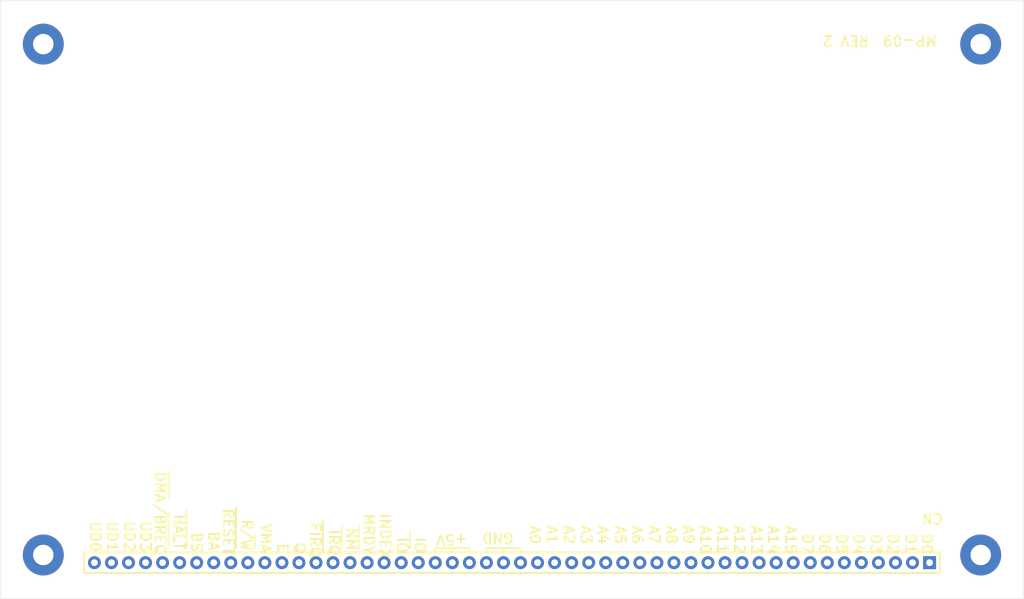
<source format=kicad_pcb>
(kicad_pcb (version 20211014) (generator pcbnew)
  (layers (0 "F.Cu" signal "Top Layer") (31 "B.Cu" signal "Bottom Layer") (34 "B.Paste" user "Bottom Paste") (35 "F.Paste" user "Top Paste") (36 "B.SilkS" user "Bottom Overlay") (37 "F.SilkS" user "Top Overlay") (38 "B.Mask" user "Bottom Solder") (39 "F.Mask" user "Top Solder") (44 "Edge.Cuts" user))
  (net 0 "")
  (footprint "ThroughHole.PcbLib:SIL50" (layer "F.Cu") (at 210.7311 144.2466 -90)
    (fp_text reference "CN" (at -7.493 -2.159 180 unlocked) (layer "F.SilkS") (effects (font (size 1.524 1.524) (thickness 0.254)) (justify left bottom)))
    (fp_text value "SS50" hide)
    (fp_line (start 1.524 -1.524) (end -1.524 -1.524) (layer "F.SilkS") (width 0.254))
    (fp_line (start 1.524 125.984) (end 1.524 -1.524) (layer "F.SilkS") (width 0.254))
    (fp_line (start -1.524 125.984) (end -1.524 -1.524) (layer "F.SilkS") (width 0.254))
    (fp_line (start 1.524 125.984) (end -1.524 125.984) (layer "F.SilkS") (width 0.254))
    (pad "1" thru_hole rect locked (at 0 0 270) (size 1.9304 1.9304) (drill 1.016) (layers *.Cu *.Mask))
    (pad "2" thru_hole circle locked (at 0 2.54 270) (size 1.9304 1.9304) (drill 1.016) (layers *.Cu *.Mask))
    (pad "3" thru_hole circle locked (at 0 5.08 270) (size 1.9304 1.9304) (drill 1.016) (layers *.Cu *.Mask))
    (pad "4" thru_hole circle locked (at 0 7.62 270) (size 1.9304 1.9304) (drill 1.016) (layers *.Cu *.Mask))
    (pad "5" thru_hole circle locked (at 0 10.16 270) (size 1.9304 1.9304) (drill 1.016) (layers *.Cu *.Mask))
    (pad "6" thru_hole circle locked (at 0 12.7 270) (size 1.9304 1.9304) (drill 1.016) (layers *.Cu *.Mask))
    (pad "7" thru_hole circle locked (at 0 15.24 270) (size 1.9304 1.9304) (drill 1.016) (layers *.Cu *.Mask))
    (pad "8" thru_hole circle locked (at 0 17.78 270) (size 1.9304 1.9304) (drill 1.016) (layers *.Cu *.Mask))
    (pad "9" thru_hole circle locked (at 0 20.32 270) (size 1.9304 1.9304) (drill 1.016) (layers *.Cu *.Mask))
    (pad "10" thru_hole circle locked (at 0 22.86 270) (size 1.9304 1.9304) (drill 1.016) (layers *.Cu *.Mask))
    (pad "11" thru_hole circle locked (at 0 25.4 270) (size 1.9304 1.9304) (drill 1.016) (layers *.Cu *.Mask))
    (pad "12" thru_hole circle locked (at 0 27.94 270) (size 1.9304 1.9304) (drill 1.016) (layers *.Cu *.Mask))
    (pad "13" thru_hole circle locked (at 0 30.48 270) (size 1.9304 1.9304) (drill 1.016) (layers *.Cu *.Mask))
    (pad "14" thru_hole circle locked (at 0 33.02 270) (size 1.9304 1.9304) (drill 1.016) (layers *.Cu *.Mask))
    (pad "15" thru_hole circle locked (at 0 35.56 270) (size 1.9304 1.9304) (drill 1.016) (layers *.Cu *.Mask))
    (pad "16" thru_hole circle locked (at 0 38.1 270) (size 1.9304 1.9304) (drill 1.016) (layers *.Cu *.Mask))
    (pad "17" thru_hole circle locked (at 0 40.64 270) (size 1.9304 1.9304) (drill 1.016) (layers *.Cu *.Mask))
    (pad "18" thru_hole circle locked (at 0 43.18 270) (size 1.9304 1.9304) (drill 1.016) (layers *.Cu *.Mask))
    (pad "19" thru_hole circle locked (at 0 45.72 270) (size 1.9304 1.9304) (drill 1.016) (layers *.Cu *.Mask))
    (pad "20" thru_hole circle locked (at 0 48.26 270) (size 1.9304 1.9304) (drill 1.016) (layers *.Cu *.Mask))
    (pad "21" thru_hole circle locked (at 0 50.8 270) (size 1.9304 1.9304) (drill 1.016) (layers *.Cu *.Mask))
    (pad "22" thru_hole circle locked (at 0 53.34 270) (size 1.9304 1.9304) (drill 1.016) (layers *.Cu *.Mask))
    (pad "23" thru_hole circle locked (at 0 55.88 270) (size 1.9304 1.9304) (drill 1.016) (layers *.Cu *.Mask))
    (pad "24" thru_hole circle locked (at 0 58.42 270) (size 1.9304 1.9304) (drill 1.016) (layers *.Cu *.Mask))
    (pad "25" thru_hole circle locked (at 0 60.96 270) (size 1.9304 1.9304) (drill 1.016) (layers *.Cu *.Mask))
    (pad "26" thru_hole circle locked (at 0 63.5 270) (size 1.9304 1.9304) (drill 1.016) (layers *.Cu *.Mask))
    (pad "27" thru_hole circle locked (at 0 66.04 270) (size 1.9304 1.9304) (drill 1.016) (layers *.Cu *.Mask))
    (pad "28" thru_hole circle locked (at 0 68.58 270) (size 1.9304 1.9304) (drill 1.016) (layers *.Cu *.Mask))
    (pad "29" thru_hole circle locked (at 0 71.12 270) (size 1.9304 1.9304) (drill 1.016) (layers *.Cu *.Mask))
    (pad "30" thru_hole circle locked (at 0 73.66 270) (size 1.9304 1.9304) (drill 1.016) (layers *.Cu *.Mask))
    (pad "31" thru_hole circle locked (at 0 76.2 270) (size 1.9304 1.9304) (drill 1.016) (layers *.Cu *.Mask))
    (pad "32" thru_hole circle locked (at 0 78.74 270) (size 1.9304 1.9304) (drill 1.016) (layers *.Cu *.Mask))
    (pad "33" thru_hole circle locked (at 0 81.28 270) (size 1.9304 1.9304) (drill 1.016) (layers *.Cu *.Mask))
    (pad "34" thru_hole circle locked (at 0 83.82 270) (size 1.9304 1.9304) (drill 1.016) (layers *.Cu *.Mask))
    (pad "35" thru_hole circle locked (at 0 86.36 270) (size 1.9304 1.9304) (drill 1.016) (layers *.Cu *.Mask))
    (pad "36" thru_hole circle locked (at 0 88.9 270) (size 1.9304 1.9304) (drill 1.016) (layers *.Cu *.Mask))
    (pad "37" thru_hole circle locked (at 0 91.44 270) (size 1.9304 1.9304) (drill 1.016) (layers *.Cu *.Mask))
    (pad "38" thru_hole circle locked (at 0 93.98 270) (size 1.9304 1.9304) (drill 1.016) (layers *.Cu *.Mask))
    (pad "39" thru_hole circle locked (at 0 96.52 270) (size 1.9304 1.9304) (drill 1.016) (layers *.Cu *.Mask))
    (pad "40" thru_hole circle locked (at 0 99.06 270) (size 1.9304 1.9304) (drill 1.016) (layers *.Cu *.Mask))
    (pad "41" thru_hole circle locked (at 0 101.6 270) (size 1.9304 1.9304) (drill 1.016) (layers *.Cu *.Mask))
    (pad "42" thru_hole circle locked (at 0 104.14 270) (size 1.9304 1.9304) (drill 1.016) (layers *.Cu *.Mask))
    (pad "43" thru_hole circle locked (at 0 106.68 270) (size 1.9304 1.9304) (drill 1.016) (layers *.Cu *.Mask))
    (pad "44" thru_hole circle locked (at 0 109.22 270) (size 1.9304 1.9304) (drill 1.016) (layers *.Cu *.Mask))
    (pad "45" thru_hole circle locked (at 0 111.76 270) (size 1.9304 1.9304) (drill 1.016) (layers *.Cu *.Mask))
    (pad "46" thru_hole circle locked (at 0 114.3 270) (size 1.9304 1.9304) (drill 1.016) (layers *.Cu *.Mask))
    (pad "47" thru_hole circle locked (at 0 116.84 270) (size 1.9304 1.9304) (drill 1.016) (layers *.Cu *.Mask))
    (pad "48" thru_hole circle locked (at 0 119.38 270) (size 1.9304 1.9304) (drill 1.016) (layers *.Cu *.Mask))
    (pad "49" thru_hole circle locked (at 0 121.92 270) (size 1.9304 1.9304) (drill 1.016) (layers *.Cu *.Mask))
    (pad "50" thru_hole circle locked (at 0 124.46 270) (size 1.9304 1.9304) (drill 1.016) (layers *.Cu *.Mask))
  )
  (footprint "" (layer "F.Cu") (at 78.6511 66.9036)
    (fp_text reference "" (at 0 0) (layer "F.SilkS") (effects (font (size 1.27 1.27))))
    (fp_text value "" (at 0 0) (layer "F.SilkS") (effects (font (size 1.27 1.27))))
    (pad "1" thru_hole circle (at 0 0) (size 6.096 6.096) (drill 3.048) (layers *.Cu *.Mask))
  )
  (footprint "" (layer "F.Cu") (at 78.6511 143.1036)
    (fp_text reference "" (at 0 0) (layer "F.SilkS") (effects (font (size 1.27 1.27))))
    (fp_text value "" (at 0 0) (layer "F.SilkS") (effects (font (size 1.27 1.27))))
    (pad "1" thru_hole circle (at 0 0) (size 6.096 6.096) (drill 3.048) (layers *.Cu *.Mask))
  )
  (footprint "" (layer "F.Cu") (at 218.3511 143.1036)
    (fp_text reference "" (at 0 0) (layer "F.SilkS") (effects (font (size 1.27 1.27))))
    (fp_text value "" (at 0 0) (layer "F.SilkS") (effects (font (size 1.27 1.27))))
    (pad "1" thru_hole circle (at 0 0) (size 6.096 6.096) (drill 3.048) (layers *.Cu *.Mask))
  )
  (footprint "" (layer "F.Cu") (at 218.3511 66.9036)
    (fp_text reference "" (at 0 0) (layer "F.SilkS") (effects (font (size 1.27 1.27))))
    (fp_text value "" (at 0 0) (layer "F.SilkS") (effects (font (size 1.27 1.27))))
    (pad "1" thru_hole circle (at 0 0) (size 6.096 6.096) (drill 3.048) (layers *.Cu *.Mask))
  )
  (gr_line (start 137.0711 142.5956) (end 137.0711 142.0876) (layer "F.SilkS") (width 0.254))
  (gr_line (start 123.1011 142.2146) (end 123.1011 138.7856) (layer "F.SilkS") (width 0.254))
  (gr_line (start 133.2611 142.0876) (end 133.2611 139.8016) (layer "F.SilkS") (width 0.254))
  (gr_line (start 110.1471 141.9606) (end 110.1471 140.0556) (layer "F.SilkS") (width 0.254))
  (gr_line (start 149.7711 142.5956) (end 149.7711 142.0876) (layer "F.SilkS") (width 0.254))
  (gr_line (start 144.6911 142.5956) (end 144.6911 142.0876) (layer "F.SilkS") (width 0.254))
  (gr_line (start 137.0711 142.0876) (end 142.1511 142.0876) (layer "F.SilkS") (width 0.254))
  (gr_line (start 107.3531 142.0876) (end 107.3531 135.9916) (layer "F.SilkS") (width 0.254))
  (gr_line (start 120.3071 142.4686) (end 120.3071 138.0236) (layer "F.SilkS") (width 0.254))
  (gr_line (start 142.1511 142.5956) (end 142.1511 142.0876) (layer "F.SilkS") (width 0.254))
  (gr_line (start 99.9871 142.0876) (end 99.9871 136.3726) (layer "F.SilkS") (width 0.254))
  (gr_line (start 97.3201 134.5946) (end 97.3201 130.6576) (layer "F.SilkS") (width 0.254))
  (gr_line (start 144.6911 142.0876) (end 149.7711 142.0876) (layer "F.SilkS") (width 0.254))
  (gr_line (start 139.6111 142.5956) (end 139.6111 142.0876) (layer "F.SilkS") (width 0.254))
  (gr_line (start 147.2311 142.5956) (end 147.2311 142.0876) (layer "F.SilkS") (width 0.254))
  (gr_line (start 125.6411 142.2146) (end 125.6411 138.6586) (layer "F.SilkS") (width 0.254))
  (gr_line (start 97.3201 141.8336) (end 97.3201 136.8806) (layer "F.SilkS") (width 0.254))
  (gr_line (start 72.3011 60.4266) (end 72.3011 149.5806) (layer "Edge.Cuts") (width 0.05))
  (gr_line (start 72.3011 149.5806) (end 224.7011 149.5806) (layer "Edge.Cuts") (width 0.05))
  (gr_line (start 224.7011 149.5806) (end 224.7011 60.4266) (layer "Edge.Cuts") (width 0.05))
  (gr_line (start 224.7011 60.4266) (end 72.3011 60.4266) (layer "Edge.Cuts") (width 0.05))
  (gr_text "A12" (at 181.5211 138.5316 270) (layer "F.SilkS") (effects (font (size 1.524 1.524) (thickness 0.254) bold) (justify left bottom)))
  (gr_text "D2" (at 204.3811 139.8016 270) (layer "F.SilkS") (effects (font (size 1.524 1.524) (thickness 0.254) bold) (justify left bottom)))
  (gr_text "A6" (at 166.2811 138.5316 270) (layer "F.SilkS") (effects (font (size 1.524 1.524) (thickness 0.254) bold) (justify left bottom)))
  (gr_text "BREQ" (at 95.1611 136.8806 270) (layer "F.SilkS") (effects (font (size 1.524 1.524) (thickness 0.254) bold) (justify left bottom)))
  (gr_text "+5V" (at 142.0241 139.9286 180) (layer "F.SilkS") (effects (font (size 1.524 1.524) (thickness 0.254) bold) (justify left bottom)))
  (gr_text "A15" (at 189.1411 138.5316 270) (layer "F.SilkS") (effects (font (size 1.524 1.524) (thickness 0.254) bold) (justify left bottom)))
  (gr_text "VMA" (at 110.9091 138.2776 270) (layer "F.SilkS") (effects (font (size 1.524 1.524) (thickness 0.254) bold) (justify left bottom)))
  (gr_text "/" (at 95.2881 135.3566 270) (layer "F.SilkS") (effects (font (size 1.524 1.524) (thickness 0.254) bold) (justify left bottom)))
  (gr_text "MP-09" (at 212.0011 65.5066 180) (layer "F.SilkS") (effects (font (size 1.524 1.524) (thickness 0.254) bold) (justify left bottom)))
  (gr_text "RESET" (at 105.3211 135.9916 270) (layer "F.SilkS") (effects (font (size 1.524 1.524) (thickness 0.254) bold) (justify left bottom)))
  (gr_text "D3" (at 201.8411 139.8016 270) (layer "F.SilkS") (effects (font (size 1.524 1.524) (thickness 0.254) bold) (justify left bottom)))
  (gr_text "A13" (at 184.0611 138.5316 270) (layer "F.SilkS") (effects (font (size 1.524 1.524) (thickness 0.254) bold) (justify left bottom)))
  (gr_text "D1" (at 207.0481 139.8016 270) (layer "F.SilkS") (effects (font (size 1.524 1.524) (thickness 0.254) bold) (justify left bottom)))
  (gr_text "R" (at 108.1151 137.6426 270) (layer "F.SilkS") (effects (font (size 1.524 1.524) (thickness 0.254) bold) (justify left bottom)))
  (gr_text "HALT" (at 97.9551 136.8806 270) (layer "F.SilkS") (effects (font (size 1.524 1.524) (thickness 0.254) bold) (justify left bottom)))
  (gr_text "D5" (at 196.7611 139.8016 270) (layer "F.SilkS") (effects (font (size 1.524 1.524) (thickness 0.254) bold) (justify left bottom)))
  (gr_text "A2" (at 156.1211 138.5316 270) (layer "F.SilkS") (effects (font (size 1.524 1.524) (thickness 0.254) bold) (justify left bottom)))
  (gr_text "BA" (at 103.1621 139.4206 270) (layer "F.SilkS") (effects (font (size 1.524 1.524) (thickness 0.254) bold) (justify left bottom)))
  (gr_text "UD1" (at 88.0491 137.8966 270) (layer "F.SilkS") (effects (font (size 1.524 1.524) (thickness 0.254) bold) (justify left bottom)))
  (gr_text "IO" (at 131.2291 140.3096 270) (layer "F.SilkS") (effects (font (size 1.524 1.524) (thickness 0.254) bold) (justify left bottom)))
  (gr_text "W" (at 107.9881 140.5636 270) (layer "F.SilkS") (effects (font (size 1.524 1.524) (thickness 0.254) bold) (justify left bottom)))
  (gr_text "A8" (at 171.3611 138.5316 270) (layer "F.SilkS") (effects (font (size 1.524 1.524) (thickness 0.254) bold) (justify left bottom)))
  (gr_text "D0" (at 209.4611 139.8016 270) (layer "F.SilkS") (effects (font (size 1.524 1.524) (thickness 0.254) bold) (justify left bottom)))
  (gr_text "A0" (at 151.0411 138.5316 270) (layer "F.SilkS") (effects (font (size 1.524 1.524) (thickness 0.254) bold) (justify left bottom)))
  (gr_text "NMI" (at 123.6091 138.9126 270) (layer "F.SilkS") (effects (font (size 1.524 1.524) (thickness 0.254) bold) (justify left bottom)))
  (gr_text "A10" (at 176.4411 138.5316 270) (layer "F.SilkS") (effects (font (size 1.524 1.524) (thickness 0.254) bold) (justify left bottom)))
  (gr_text "D7" (at 191.6811 139.8016 270) (layer "F.SilkS") (effects (font (size 1.524 1.524) (thickness 0.254) bold) (justify left bottom)))
  (gr_text "A9" (at 173.9011 138.5316 270) (layer "F.SilkS") (effects (font (size 1.524 1.524) (thickness 0.254) bold) (justify left bottom)))
  (gr_text "UD0" (at 85.5091 137.8966 270) (layer "F.SilkS") (effects (font (size 1.524 1.524) (thickness 0.254) bold) (justify left bottom)))
  (gr_text "A5" (at 163.7411 138.5316 270) (layer "F.SilkS") (effects (font (size 1.524 1.524) (thickness 0.254) bold) (justify left bottom)))
  (gr_text "UD2" (at 90.5891 137.8966 270) (layer "F.SilkS") (effects (font (size 1.524 1.524) (thickness 0.254) bold) (justify left bottom)))
  (gr_text "Q" (at 115.9891 141.0716 270) (layer "F.SilkS") (effects (font (size 1.524 1.524) (thickness 0.254) bold) (justify left bottom)))
  (gr_text "A14" (at 186.6011 138.5316 270) (layer "F.SilkS") (effects (font (size 1.524 1.524) (thickness 0.254) bold) (justify left bottom)))
  (gr_text "A7" (at 168.8211 138.5316 270) (layer "F.SilkS") (effects (font (size 1.524 1.524) (thickness 0.254) bold) (justify left bottom)))
  (gr_text "A4" (at 161.2011 138.5316 270) (layer "F.SilkS") (effects (font (size 1.524 1.524) (thickness 0.254) bold) (justify left bottom)))
  (gr_text "A1" (at 153.5811 138.5316 270) (layer "F.SilkS") (effects (font (size 1.524 1.524) (thickness 0.254) bold) (justify left bottom)))
  (gr_text "UD3" (at 93.0021 137.8966 270) (layer "F.SilkS") (effects (font (size 1.524 1.524) (thickness 0.254) bold) (justify left bottom)))
  (gr_text "IO" (at 133.8961 140.3096 270) (layer "F.SilkS") (effects (font (size 1.524 1.524) (thickness 0.254) bold) (justify left bottom)))
  (gr_text "D6" (at 194.2211 139.8016 270) (layer "F.SilkS") (effects (font (size 1.524 1.524) (thickness 0.254) bold) (justify left bottom)))
  (gr_text "REV 2" (at 201.8411 65.5066 180) (layer "F.SilkS") (effects (font (size 1.524 1.524) (thickness 0.254) bold) (justify left bottom)))
  (gr_text "A11" (at 178.9811 138.5316 270) (layer "F.SilkS") (effects (font (size 1.524 1.524) (thickness 0.254) bold) (justify left bottom)))
  (gr_text "BS" (at 100.6221 139.5476 270) (layer "F.SilkS") (effects (font (size 1.524 1.524) (thickness 0.254) bold) (justify left bottom)))
  (gr_text "FIRQ" (at 118.2751 138.1506 270) (layer "F.SilkS") (effects (font (size 1.524 1.524) (thickness 0.254) bold) (justify left bottom)))
  (gr_text "INDEX" (at 128.6891 136.7536 270) (layer "F.SilkS") (effects (font (size 1.524 1.524) (thickness 0.254) bold) (justify left bottom)))
  (gr_text "GND" (at 148.8821 139.6746 180) (layer "F.SilkS") (effects (font (size 1.524 1.524) (thickness 0.254) bold) (justify left bottom)))
  (gr_text "/" (at 108.2421 139.0396 270) (layer "F.SilkS") (effects (font (size 1.524 1.524) (thickness 0.254) bold) (justify left bottom)))
  (gr_text "DMA" (at 95.1611 130.5306 270) (layer "F.SilkS") (effects (font (size 1.524 1.524) (thickness 0.254) bold) (justify left bottom)))
  (gr_text "MRDY" (at 126.2761 136.7536 270) (layer "F.SilkS") (effects (font (size 1.524 1.524) (thickness 0.254) bold) (justify left bottom)))
  (gr_text "IRQ" (at 121.0691 139.1666 270) (layer "F.SilkS") (effects (font (size 1.524 1.524) (thickness 0.254) bold) (justify left bottom)))
  (gr_text "D4" (at 199.3011 139.8016 270) (layer "F.SilkS") (effects (font (size 1.524 1.524) (thickness 0.254) bold) (justify left bottom)))
  (gr_text "E" (at 113.4491 141.1986 270) (layer "F.SilkS") (effects (font (size 1.524 1.524) (thickness 0.254) bold) (justify left bottom)))
  (gr_text "A3" (at 158.6611 138.5316 270) (layer "F.SilkS") (effects (font (size 1.524 1.524) (thickness 0.254) bold) (justify left bottom)))
)
</source>
